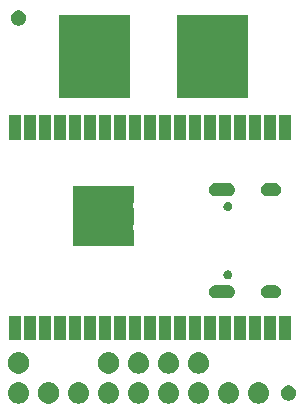
<source format=gbs>
G04 #@! TF.GenerationSoftware,KiCad,Pcbnew,5.0.2+dfsg1-1*
G04 #@! TF.CreationDate,2021-01-20T13:30:11+01:00*
G04 #@! TF.ProjectId,edgedriver,65646765-6472-4697-9665-722e6b696361,rev?*
G04 #@! TF.SameCoordinates,Original*
G04 #@! TF.FileFunction,Soldermask,Bot*
G04 #@! TF.FilePolarity,Negative*
%FSLAX46Y46*%
G04 Gerber Fmt 4.6, Leading zero omitted, Abs format (unit mm)*
G04 Created by KiCad (PCBNEW 5.0.2+dfsg1-1) date Wed Jan 20 13:30:11 2021*
%MOMM*%
%LPD*%
G01*
G04 APERTURE LIST*
%ADD10C,0.010000*%
%ADD11C,0.100000*%
G04 APERTURE END LIST*
D10*
G04 #@! TO.C,U1*
G36*
X-4925000Y15665000D02*
X-4925000Y14335000D01*
X-3595000Y14335000D01*
X-3595000Y15665000D01*
X-4925000Y15665000D01*
G37*
X-4925000Y15665000D02*
X-4925000Y14335000D01*
X-3595000Y14335000D01*
X-3595000Y15665000D01*
X-4925000Y15665000D01*
G36*
X-4925000Y17500000D02*
X-4925000Y16170000D01*
X-3595000Y16170000D01*
X-3595000Y17500000D01*
X-4925000Y17500000D01*
G37*
X-4925000Y17500000D02*
X-4925000Y16170000D01*
X-3595000Y16170000D01*
X-3595000Y17500000D01*
X-4925000Y17500000D01*
G36*
X-4925000Y13830000D02*
X-4925000Y12500000D01*
X-3595000Y12500000D01*
X-3595000Y13830000D01*
X-4925000Y13830000D01*
G37*
X-4925000Y13830000D02*
X-4925000Y12500000D01*
X-3595000Y12500000D01*
X-3595000Y13830000D01*
X-4925000Y13830000D01*
G36*
X-6760000Y13830000D02*
X-6760000Y12500000D01*
X-5430000Y12500000D01*
X-5430000Y13830000D01*
X-6760000Y13830000D01*
G37*
X-6760000Y13830000D02*
X-6760000Y12500000D01*
X-5430000Y12500000D01*
X-5430000Y13830000D01*
X-6760000Y13830000D01*
G36*
X-6760000Y15665000D02*
X-6760000Y14335000D01*
X-5430000Y14335000D01*
X-5430000Y15665000D01*
X-6760000Y15665000D01*
G37*
X-6760000Y15665000D02*
X-6760000Y14335000D01*
X-5430000Y14335000D01*
X-5430000Y15665000D01*
X-6760000Y15665000D01*
G36*
X-6760000Y17500000D02*
X-6760000Y16170000D01*
X-5430000Y16170000D01*
X-5430000Y17500000D01*
X-6760000Y17500000D01*
G37*
X-6760000Y17500000D02*
X-6760000Y16170000D01*
X-5430000Y16170000D01*
X-5430000Y17500000D01*
X-6760000Y17500000D01*
G36*
X-3090000Y17500000D02*
X-3090000Y16170000D01*
X-1760000Y16170000D01*
X-1760000Y17500000D01*
X-3090000Y17500000D01*
G37*
X-3090000Y17500000D02*
X-3090000Y16170000D01*
X-1760000Y16170000D01*
X-1760000Y17500000D01*
X-3090000Y17500000D01*
G36*
X-3090000Y15665000D02*
X-3090000Y14335000D01*
X-1760000Y14335000D01*
X-1760000Y15665000D01*
X-3090000Y15665000D01*
G37*
X-3090000Y15665000D02*
X-3090000Y14335000D01*
X-1760000Y14335000D01*
X-1760000Y15665000D01*
X-3090000Y15665000D01*
G36*
X-3090000Y13830000D02*
X-3090000Y12500000D01*
X-1760000Y12500000D01*
X-1760000Y13830000D01*
X-3090000Y13830000D01*
G37*
X-3090000Y13830000D02*
X-3090000Y12500000D01*
X-1760000Y12500000D01*
X-1760000Y13830000D01*
X-3090000Y13830000D01*
D11*
G36*
X9000442Y894482D02*
X9066627Y887963D01*
X9179853Y853616D01*
X9236467Y836443D01*
X9375087Y762348D01*
X9392991Y752778D01*
X9428729Y723448D01*
X9530186Y640186D01*
X9613448Y538729D01*
X9642778Y502991D01*
X9642779Y502989D01*
X9726443Y346467D01*
X9726443Y346466D01*
X9777963Y176627D01*
X9795359Y0D01*
X9777963Y-176627D01*
X9774028Y-189598D01*
X9726443Y-346467D01*
X9690156Y-414354D01*
X9642778Y-502991D01*
X9641221Y-504888D01*
X9530186Y-640186D01*
X9457480Y-699853D01*
X9392991Y-752778D01*
X9392989Y-752779D01*
X9236467Y-836443D01*
X9179853Y-853616D01*
X9066627Y-887963D01*
X9000442Y-894482D01*
X8934260Y-901000D01*
X8845740Y-901000D01*
X8779558Y-894482D01*
X8713373Y-887963D01*
X8600147Y-853616D01*
X8543533Y-836443D01*
X8387011Y-752779D01*
X8387009Y-752778D01*
X8322520Y-699853D01*
X8249814Y-640186D01*
X8138779Y-504888D01*
X8137222Y-502991D01*
X8089844Y-414354D01*
X8053557Y-346467D01*
X8005972Y-189598D01*
X8002037Y-176627D01*
X7984641Y0D01*
X8002037Y176627D01*
X8053557Y346466D01*
X8053557Y346467D01*
X8137221Y502989D01*
X8137222Y502991D01*
X8166552Y538729D01*
X8249814Y640186D01*
X8351271Y723448D01*
X8387009Y752778D01*
X8404913Y762348D01*
X8543533Y836443D01*
X8600147Y853616D01*
X8713373Y887963D01*
X8779558Y894482D01*
X8845740Y901000D01*
X8934260Y901000D01*
X9000442Y894482D01*
X9000442Y894482D01*
G37*
G36*
X-11319558Y894482D02*
X-11253373Y887963D01*
X-11140147Y853616D01*
X-11083533Y836443D01*
X-10944913Y762348D01*
X-10927009Y752778D01*
X-10891271Y723448D01*
X-10789814Y640186D01*
X-10706552Y538729D01*
X-10677222Y502991D01*
X-10677221Y502989D01*
X-10593557Y346467D01*
X-10593557Y346466D01*
X-10542037Y176627D01*
X-10524641Y0D01*
X-10542037Y-176627D01*
X-10545972Y-189598D01*
X-10593557Y-346467D01*
X-10629844Y-414354D01*
X-10677222Y-502991D01*
X-10678779Y-504888D01*
X-10789814Y-640186D01*
X-10862520Y-699853D01*
X-10927009Y-752778D01*
X-10927011Y-752779D01*
X-11083533Y-836443D01*
X-11140147Y-853616D01*
X-11253373Y-887963D01*
X-11319558Y-894482D01*
X-11385740Y-901000D01*
X-11474260Y-901000D01*
X-11540442Y-894482D01*
X-11606627Y-887963D01*
X-11719853Y-853616D01*
X-11776467Y-836443D01*
X-11932989Y-752779D01*
X-11932991Y-752778D01*
X-11997480Y-699853D01*
X-12070186Y-640186D01*
X-12181221Y-504888D01*
X-12182778Y-502991D01*
X-12230156Y-414354D01*
X-12266443Y-346467D01*
X-12314028Y-189598D01*
X-12317963Y-176627D01*
X-12335359Y0D01*
X-12317963Y176627D01*
X-12266443Y346466D01*
X-12266443Y346467D01*
X-12182779Y502989D01*
X-12182778Y502991D01*
X-12153448Y538729D01*
X-12070186Y640186D01*
X-11968729Y723448D01*
X-11932991Y752778D01*
X-11915087Y762348D01*
X-11776467Y836443D01*
X-11719853Y853616D01*
X-11606627Y887963D01*
X-11540442Y894482D01*
X-11474260Y901000D01*
X-11385740Y901000D01*
X-11319558Y894482D01*
X-11319558Y894482D01*
G37*
G36*
X-8627188Y866376D02*
X-8463216Y798456D01*
X-8315646Y699853D01*
X-8190147Y574354D01*
X-8091544Y426784D01*
X-8023624Y262812D01*
X-7989000Y88741D01*
X-7989000Y-88741D01*
X-8023624Y-262812D01*
X-8091544Y-426784D01*
X-8190147Y-574354D01*
X-8315646Y-699853D01*
X-8463216Y-798456D01*
X-8627188Y-866376D01*
X-8801259Y-901000D01*
X-8978741Y-901000D01*
X-9152812Y-866376D01*
X-9316784Y-798456D01*
X-9464354Y-699853D01*
X-9589853Y-574354D01*
X-9688456Y-426784D01*
X-9756376Y-262812D01*
X-9791000Y-88741D01*
X-9791000Y88741D01*
X-9756376Y262812D01*
X-9688456Y426784D01*
X-9589853Y574354D01*
X-9464354Y699853D01*
X-9316784Y798456D01*
X-9152812Y866376D01*
X-8978741Y901000D01*
X-8801259Y901000D01*
X-8627188Y866376D01*
X-8627188Y866376D01*
G37*
G36*
X-6239558Y894482D02*
X-6173373Y887963D01*
X-6060147Y853616D01*
X-6003533Y836443D01*
X-5864913Y762348D01*
X-5847009Y752778D01*
X-5811271Y723448D01*
X-5709814Y640186D01*
X-5626552Y538729D01*
X-5597222Y502991D01*
X-5597221Y502989D01*
X-5513557Y346467D01*
X-5513557Y346466D01*
X-5462037Y176627D01*
X-5444641Y0D01*
X-5462037Y-176627D01*
X-5465972Y-189598D01*
X-5513557Y-346467D01*
X-5549844Y-414354D01*
X-5597222Y-502991D01*
X-5598779Y-504888D01*
X-5709814Y-640186D01*
X-5782520Y-699853D01*
X-5847009Y-752778D01*
X-5847011Y-752779D01*
X-6003533Y-836443D01*
X-6060147Y-853616D01*
X-6173373Y-887963D01*
X-6239558Y-894482D01*
X-6305740Y-901000D01*
X-6394260Y-901000D01*
X-6460442Y-894482D01*
X-6526627Y-887963D01*
X-6639853Y-853616D01*
X-6696467Y-836443D01*
X-6852989Y-752779D01*
X-6852991Y-752778D01*
X-6917480Y-699853D01*
X-6990186Y-640186D01*
X-7101221Y-504888D01*
X-7102778Y-502991D01*
X-7150156Y-414354D01*
X-7186443Y-346467D01*
X-7234028Y-189598D01*
X-7237963Y-176627D01*
X-7255359Y0D01*
X-7237963Y176627D01*
X-7186443Y346466D01*
X-7186443Y346467D01*
X-7102779Y502989D01*
X-7102778Y502991D01*
X-7073448Y538729D01*
X-6990186Y640186D01*
X-6888729Y723448D01*
X-6852991Y752778D01*
X-6835087Y762348D01*
X-6696467Y836443D01*
X-6639853Y853616D01*
X-6526627Y887963D01*
X-6460442Y894482D01*
X-6394260Y901000D01*
X-6305740Y901000D01*
X-6239558Y894482D01*
X-6239558Y894482D01*
G37*
G36*
X-3699558Y894482D02*
X-3633373Y887963D01*
X-3520147Y853616D01*
X-3463533Y836443D01*
X-3324913Y762348D01*
X-3307009Y752778D01*
X-3271271Y723448D01*
X-3169814Y640186D01*
X-3086552Y538729D01*
X-3057222Y502991D01*
X-3057221Y502989D01*
X-2973557Y346467D01*
X-2973557Y346466D01*
X-2922037Y176627D01*
X-2904641Y0D01*
X-2922037Y-176627D01*
X-2925972Y-189598D01*
X-2973557Y-346467D01*
X-3009844Y-414354D01*
X-3057222Y-502991D01*
X-3058779Y-504888D01*
X-3169814Y-640186D01*
X-3242520Y-699853D01*
X-3307009Y-752778D01*
X-3307011Y-752779D01*
X-3463533Y-836443D01*
X-3520147Y-853616D01*
X-3633373Y-887963D01*
X-3699558Y-894482D01*
X-3765740Y-901000D01*
X-3854260Y-901000D01*
X-3920442Y-894482D01*
X-3986627Y-887963D01*
X-4099853Y-853616D01*
X-4156467Y-836443D01*
X-4312989Y-752779D01*
X-4312991Y-752778D01*
X-4377480Y-699853D01*
X-4450186Y-640186D01*
X-4561221Y-504888D01*
X-4562778Y-502991D01*
X-4610156Y-414354D01*
X-4646443Y-346467D01*
X-4694028Y-189598D01*
X-4697963Y-176627D01*
X-4715359Y0D01*
X-4697963Y176627D01*
X-4646443Y346466D01*
X-4646443Y346467D01*
X-4562779Y502989D01*
X-4562778Y502991D01*
X-4533448Y538729D01*
X-4450186Y640186D01*
X-4348729Y723448D01*
X-4312991Y752778D01*
X-4295087Y762348D01*
X-4156467Y836443D01*
X-4099853Y853616D01*
X-3986627Y887963D01*
X-3920442Y894482D01*
X-3854260Y901000D01*
X-3765740Y901000D01*
X-3699558Y894482D01*
X-3699558Y894482D01*
G37*
G36*
X-1159558Y894482D02*
X-1093373Y887963D01*
X-980147Y853616D01*
X-923533Y836443D01*
X-784913Y762348D01*
X-767009Y752778D01*
X-731271Y723448D01*
X-629814Y640186D01*
X-546552Y538729D01*
X-517222Y502991D01*
X-517221Y502989D01*
X-433557Y346467D01*
X-433557Y346466D01*
X-382037Y176627D01*
X-364641Y0D01*
X-382037Y-176627D01*
X-385972Y-189598D01*
X-433557Y-346467D01*
X-469844Y-414354D01*
X-517222Y-502991D01*
X-518779Y-504888D01*
X-629814Y-640186D01*
X-702520Y-699853D01*
X-767009Y-752778D01*
X-767011Y-752779D01*
X-923533Y-836443D01*
X-980147Y-853616D01*
X-1093373Y-887963D01*
X-1159558Y-894482D01*
X-1225740Y-901000D01*
X-1314260Y-901000D01*
X-1380442Y-894482D01*
X-1446627Y-887963D01*
X-1559853Y-853616D01*
X-1616467Y-836443D01*
X-1772989Y-752779D01*
X-1772991Y-752778D01*
X-1837480Y-699853D01*
X-1910186Y-640186D01*
X-2021221Y-504888D01*
X-2022778Y-502991D01*
X-2070156Y-414354D01*
X-2106443Y-346467D01*
X-2154028Y-189598D01*
X-2157963Y-176627D01*
X-2175359Y0D01*
X-2157963Y176627D01*
X-2106443Y346466D01*
X-2106443Y346467D01*
X-2022779Y502989D01*
X-2022778Y502991D01*
X-1993448Y538729D01*
X-1910186Y640186D01*
X-1808729Y723448D01*
X-1772991Y752778D01*
X-1755087Y762348D01*
X-1616467Y836443D01*
X-1559853Y853616D01*
X-1446627Y887963D01*
X-1380442Y894482D01*
X-1314260Y901000D01*
X-1225740Y901000D01*
X-1159558Y894482D01*
X-1159558Y894482D01*
G37*
G36*
X1380442Y894482D02*
X1446627Y887963D01*
X1559853Y853616D01*
X1616467Y836443D01*
X1755087Y762348D01*
X1772991Y752778D01*
X1808729Y723448D01*
X1910186Y640186D01*
X1993448Y538729D01*
X2022778Y502991D01*
X2022779Y502989D01*
X2106443Y346467D01*
X2106443Y346466D01*
X2157963Y176627D01*
X2175359Y0D01*
X2157963Y-176627D01*
X2154028Y-189598D01*
X2106443Y-346467D01*
X2070156Y-414354D01*
X2022778Y-502991D01*
X2021221Y-504888D01*
X1910186Y-640186D01*
X1837480Y-699853D01*
X1772991Y-752778D01*
X1772989Y-752779D01*
X1616467Y-836443D01*
X1559853Y-853616D01*
X1446627Y-887963D01*
X1380442Y-894482D01*
X1314260Y-901000D01*
X1225740Y-901000D01*
X1159558Y-894482D01*
X1093373Y-887963D01*
X980147Y-853616D01*
X923533Y-836443D01*
X767011Y-752779D01*
X767009Y-752778D01*
X702520Y-699853D01*
X629814Y-640186D01*
X518779Y-504888D01*
X517222Y-502991D01*
X469844Y-414354D01*
X433557Y-346467D01*
X385972Y-189598D01*
X382037Y-176627D01*
X364641Y0D01*
X382037Y176627D01*
X433557Y346466D01*
X433557Y346467D01*
X517221Y502989D01*
X517222Y502991D01*
X546552Y538729D01*
X629814Y640186D01*
X731271Y723448D01*
X767009Y752778D01*
X784913Y762348D01*
X923533Y836443D01*
X980147Y853616D01*
X1093373Y887963D01*
X1159558Y894482D01*
X1225740Y901000D01*
X1314260Y901000D01*
X1380442Y894482D01*
X1380442Y894482D01*
G37*
G36*
X3920442Y894482D02*
X3986627Y887963D01*
X4099853Y853616D01*
X4156467Y836443D01*
X4295087Y762348D01*
X4312991Y752778D01*
X4348729Y723448D01*
X4450186Y640186D01*
X4533448Y538729D01*
X4562778Y502991D01*
X4562779Y502989D01*
X4646443Y346467D01*
X4646443Y346466D01*
X4697963Y176627D01*
X4715359Y0D01*
X4697963Y-176627D01*
X4694028Y-189598D01*
X4646443Y-346467D01*
X4610156Y-414354D01*
X4562778Y-502991D01*
X4561221Y-504888D01*
X4450186Y-640186D01*
X4377480Y-699853D01*
X4312991Y-752778D01*
X4312989Y-752779D01*
X4156467Y-836443D01*
X4099853Y-853616D01*
X3986627Y-887963D01*
X3920442Y-894482D01*
X3854260Y-901000D01*
X3765740Y-901000D01*
X3699558Y-894482D01*
X3633373Y-887963D01*
X3520147Y-853616D01*
X3463533Y-836443D01*
X3307011Y-752779D01*
X3307009Y-752778D01*
X3242520Y-699853D01*
X3169814Y-640186D01*
X3058779Y-504888D01*
X3057222Y-502991D01*
X3009844Y-414354D01*
X2973557Y-346467D01*
X2925972Y-189598D01*
X2922037Y-176627D01*
X2904641Y0D01*
X2922037Y176627D01*
X2973557Y346466D01*
X2973557Y346467D01*
X3057221Y502989D01*
X3057222Y502991D01*
X3086552Y538729D01*
X3169814Y640186D01*
X3271271Y723448D01*
X3307009Y752778D01*
X3324913Y762348D01*
X3463533Y836443D01*
X3520147Y853616D01*
X3633373Y887963D01*
X3699558Y894482D01*
X3765740Y901000D01*
X3854260Y901000D01*
X3920442Y894482D01*
X3920442Y894482D01*
G37*
G36*
X6460442Y894482D02*
X6526627Y887963D01*
X6639853Y853616D01*
X6696467Y836443D01*
X6835087Y762348D01*
X6852991Y752778D01*
X6888729Y723448D01*
X6990186Y640186D01*
X7073448Y538729D01*
X7102778Y502991D01*
X7102779Y502989D01*
X7186443Y346467D01*
X7186443Y346466D01*
X7237963Y176627D01*
X7255359Y0D01*
X7237963Y-176627D01*
X7234028Y-189598D01*
X7186443Y-346467D01*
X7150156Y-414354D01*
X7102778Y-502991D01*
X7101221Y-504888D01*
X6990186Y-640186D01*
X6917480Y-699853D01*
X6852991Y-752778D01*
X6852989Y-752779D01*
X6696467Y-836443D01*
X6639853Y-853616D01*
X6526627Y-887963D01*
X6460442Y-894482D01*
X6394260Y-901000D01*
X6305740Y-901000D01*
X6239558Y-894482D01*
X6173373Y-887963D01*
X6060147Y-853616D01*
X6003533Y-836443D01*
X5847011Y-752779D01*
X5847009Y-752778D01*
X5782520Y-699853D01*
X5709814Y-640186D01*
X5598779Y-504888D01*
X5597222Y-502991D01*
X5549844Y-414354D01*
X5513557Y-346467D01*
X5465972Y-189598D01*
X5462037Y-176627D01*
X5444641Y0D01*
X5462037Y176627D01*
X5513557Y346466D01*
X5513557Y346467D01*
X5597221Y502989D01*
X5597222Y502991D01*
X5626552Y538729D01*
X5709814Y640186D01*
X5811271Y723448D01*
X5847009Y752778D01*
X5864913Y762348D01*
X6003533Y836443D01*
X6060147Y853616D01*
X6173373Y887963D01*
X6239558Y894482D01*
X6305740Y901000D01*
X6394260Y901000D01*
X6460442Y894482D01*
X6460442Y894482D01*
G37*
G36*
X11577738Y633347D02*
X11619598Y625021D01*
X11654245Y610670D01*
X11737890Y576023D01*
X11844354Y504886D01*
X11934886Y414354D01*
X12006023Y307890D01*
X12055021Y189597D01*
X12080000Y64021D01*
X12080000Y-64021D01*
X12055021Y-189597D01*
X12006023Y-307890D01*
X11934886Y-414354D01*
X11844354Y-504886D01*
X11737890Y-576023D01*
X11654245Y-610670D01*
X11619598Y-625021D01*
X11577738Y-633347D01*
X11494021Y-650000D01*
X11365979Y-650000D01*
X11282262Y-633347D01*
X11240402Y-625021D01*
X11205755Y-610670D01*
X11122110Y-576023D01*
X11015646Y-504886D01*
X10925114Y-414354D01*
X10853977Y-307890D01*
X10804979Y-189597D01*
X10780000Y-64021D01*
X10780000Y64021D01*
X10804979Y189597D01*
X10853977Y307890D01*
X10925114Y414354D01*
X11015646Y504886D01*
X11122110Y576023D01*
X11205755Y610670D01*
X11240402Y625021D01*
X11282262Y633347D01*
X11365979Y650000D01*
X11494021Y650000D01*
X11577738Y633347D01*
X11577738Y633347D01*
G37*
G36*
X-3547188Y3406376D02*
X-3383216Y3338456D01*
X-3235646Y3239853D01*
X-3110147Y3114354D01*
X-3011544Y2966784D01*
X-2943624Y2802812D01*
X-2909000Y2628741D01*
X-2909000Y2451259D01*
X-2943624Y2277188D01*
X-3011544Y2113216D01*
X-3110147Y1965646D01*
X-3235646Y1840147D01*
X-3383216Y1741544D01*
X-3547188Y1673624D01*
X-3721259Y1639000D01*
X-3898741Y1639000D01*
X-4072812Y1673624D01*
X-4236784Y1741544D01*
X-4384354Y1840147D01*
X-4509853Y1965646D01*
X-4608456Y2113216D01*
X-4676376Y2277188D01*
X-4711000Y2451259D01*
X-4711000Y2628741D01*
X-4676376Y2802812D01*
X-4608456Y2966784D01*
X-4509853Y3114354D01*
X-4384354Y3239853D01*
X-4236784Y3338456D01*
X-4072812Y3406376D01*
X-3898741Y3441000D01*
X-3721259Y3441000D01*
X-3547188Y3406376D01*
X-3547188Y3406376D01*
G37*
G36*
X3920443Y3434481D02*
X3986627Y3427963D01*
X4099853Y3393616D01*
X4156467Y3376443D01*
X4295087Y3302348D01*
X4312991Y3292778D01*
X4348729Y3263448D01*
X4450186Y3180186D01*
X4533448Y3078729D01*
X4562778Y3042991D01*
X4562779Y3042989D01*
X4646443Y2886467D01*
X4646443Y2886466D01*
X4697963Y2716627D01*
X4715359Y2540000D01*
X4697963Y2363373D01*
X4671819Y2277188D01*
X4646443Y2193533D01*
X4603513Y2113218D01*
X4562778Y2037009D01*
X4533448Y2001271D01*
X4450186Y1899814D01*
X4377480Y1840147D01*
X4312991Y1787222D01*
X4312989Y1787221D01*
X4156467Y1703557D01*
X4099853Y1686384D01*
X3986627Y1652037D01*
X3920443Y1645519D01*
X3854260Y1639000D01*
X3765740Y1639000D01*
X3699557Y1645519D01*
X3633373Y1652037D01*
X3520147Y1686384D01*
X3463533Y1703557D01*
X3307011Y1787221D01*
X3307009Y1787222D01*
X3242520Y1840147D01*
X3169814Y1899814D01*
X3086552Y2001271D01*
X3057222Y2037009D01*
X3016487Y2113218D01*
X2973557Y2193533D01*
X2948181Y2277188D01*
X2922037Y2363373D01*
X2904641Y2540000D01*
X2922037Y2716627D01*
X2973557Y2886466D01*
X2973557Y2886467D01*
X3057221Y3042989D01*
X3057222Y3042991D01*
X3086552Y3078729D01*
X3169814Y3180186D01*
X3271271Y3263448D01*
X3307009Y3292778D01*
X3324913Y3302348D01*
X3463533Y3376443D01*
X3520147Y3393616D01*
X3633373Y3427963D01*
X3699557Y3434481D01*
X3765740Y3441000D01*
X3854260Y3441000D01*
X3920443Y3434481D01*
X3920443Y3434481D01*
G37*
G36*
X1380443Y3434481D02*
X1446627Y3427963D01*
X1559853Y3393616D01*
X1616467Y3376443D01*
X1755087Y3302348D01*
X1772991Y3292778D01*
X1808729Y3263448D01*
X1910186Y3180186D01*
X1993448Y3078729D01*
X2022778Y3042991D01*
X2022779Y3042989D01*
X2106443Y2886467D01*
X2106443Y2886466D01*
X2157963Y2716627D01*
X2175359Y2540000D01*
X2157963Y2363373D01*
X2131819Y2277188D01*
X2106443Y2193533D01*
X2063513Y2113218D01*
X2022778Y2037009D01*
X1993448Y2001271D01*
X1910186Y1899814D01*
X1837480Y1840147D01*
X1772991Y1787222D01*
X1772989Y1787221D01*
X1616467Y1703557D01*
X1559853Y1686384D01*
X1446627Y1652037D01*
X1380443Y1645519D01*
X1314260Y1639000D01*
X1225740Y1639000D01*
X1159557Y1645519D01*
X1093373Y1652037D01*
X980147Y1686384D01*
X923533Y1703557D01*
X767011Y1787221D01*
X767009Y1787222D01*
X702520Y1840147D01*
X629814Y1899814D01*
X546552Y2001271D01*
X517222Y2037009D01*
X476487Y2113218D01*
X433557Y2193533D01*
X408181Y2277188D01*
X382037Y2363373D01*
X364641Y2540000D01*
X382037Y2716627D01*
X433557Y2886466D01*
X433557Y2886467D01*
X517221Y3042989D01*
X517222Y3042991D01*
X546552Y3078729D01*
X629814Y3180186D01*
X731271Y3263448D01*
X767009Y3292778D01*
X784913Y3302348D01*
X923533Y3376443D01*
X980147Y3393616D01*
X1093373Y3427963D01*
X1159557Y3434481D01*
X1225740Y3441000D01*
X1314260Y3441000D01*
X1380443Y3434481D01*
X1380443Y3434481D01*
G37*
G36*
X-11167188Y3406376D02*
X-11003216Y3338456D01*
X-10855646Y3239853D01*
X-10730147Y3114354D01*
X-10631544Y2966784D01*
X-10563624Y2802812D01*
X-10529000Y2628741D01*
X-10529000Y2451259D01*
X-10563624Y2277188D01*
X-10631544Y2113216D01*
X-10730147Y1965646D01*
X-10855646Y1840147D01*
X-11003216Y1741544D01*
X-11167188Y1673624D01*
X-11341259Y1639000D01*
X-11518741Y1639000D01*
X-11692812Y1673624D01*
X-11856784Y1741544D01*
X-12004354Y1840147D01*
X-12129853Y1965646D01*
X-12228456Y2113216D01*
X-12296376Y2277188D01*
X-12331000Y2451259D01*
X-12331000Y2628741D01*
X-12296376Y2802812D01*
X-12228456Y2966784D01*
X-12129853Y3114354D01*
X-12004354Y3239853D01*
X-11856784Y3338456D01*
X-11692812Y3406376D01*
X-11518741Y3441000D01*
X-11341259Y3441000D01*
X-11167188Y3406376D01*
X-11167188Y3406376D01*
G37*
G36*
X-1159557Y3434481D02*
X-1093373Y3427963D01*
X-980147Y3393616D01*
X-923533Y3376443D01*
X-784913Y3302348D01*
X-767009Y3292778D01*
X-731271Y3263448D01*
X-629814Y3180186D01*
X-546552Y3078729D01*
X-517222Y3042991D01*
X-517221Y3042989D01*
X-433557Y2886467D01*
X-433557Y2886466D01*
X-382037Y2716627D01*
X-364641Y2540000D01*
X-382037Y2363373D01*
X-408181Y2277188D01*
X-433557Y2193533D01*
X-476487Y2113218D01*
X-517222Y2037009D01*
X-546552Y2001271D01*
X-629814Y1899814D01*
X-702520Y1840147D01*
X-767009Y1787222D01*
X-767011Y1787221D01*
X-923533Y1703557D01*
X-980147Y1686384D01*
X-1093373Y1652037D01*
X-1159557Y1645519D01*
X-1225740Y1639000D01*
X-1314260Y1639000D01*
X-1380443Y1645519D01*
X-1446627Y1652037D01*
X-1559853Y1686384D01*
X-1616467Y1703557D01*
X-1772989Y1787221D01*
X-1772991Y1787222D01*
X-1837480Y1840147D01*
X-1910186Y1899814D01*
X-1993448Y2001271D01*
X-2022778Y2037009D01*
X-2063513Y2113218D01*
X-2106443Y2193533D01*
X-2131819Y2277188D01*
X-2157963Y2363373D01*
X-2175359Y2540000D01*
X-2157963Y2716627D01*
X-2106443Y2886466D01*
X-2106443Y2886467D01*
X-2022779Y3042989D01*
X-2022778Y3042991D01*
X-1993448Y3078729D01*
X-1910186Y3180186D01*
X-1808729Y3263448D01*
X-1772991Y3292778D01*
X-1755087Y3302348D01*
X-1616467Y3376443D01*
X-1559853Y3393616D01*
X-1446627Y3427963D01*
X-1380443Y3434481D01*
X-1314260Y3441000D01*
X-1225740Y3441000D01*
X-1159557Y3434481D01*
X-1159557Y3434481D01*
G37*
G36*
X7791000Y4449000D02*
X6789000Y4449000D01*
X6789000Y6551000D01*
X7791000Y6551000D01*
X7791000Y4449000D01*
X7791000Y4449000D01*
G37*
G36*
X10331000Y4449000D02*
X9329000Y4449000D01*
X9329000Y6551000D01*
X10331000Y6551000D01*
X10331000Y4449000D01*
X10331000Y4449000D01*
G37*
G36*
X9061000Y4449000D02*
X8059000Y4449000D01*
X8059000Y6551000D01*
X9061000Y6551000D01*
X9061000Y4449000D01*
X9061000Y4449000D01*
G37*
G36*
X6521000Y4449000D02*
X5519000Y4449000D01*
X5519000Y6551000D01*
X6521000Y6551000D01*
X6521000Y4449000D01*
X6521000Y4449000D01*
G37*
G36*
X5251000Y4449000D02*
X4249000Y4449000D01*
X4249000Y6551000D01*
X5251000Y6551000D01*
X5251000Y4449000D01*
X5251000Y4449000D01*
G37*
G36*
X3981000Y4449000D02*
X2979000Y4449000D01*
X2979000Y6551000D01*
X3981000Y6551000D01*
X3981000Y4449000D01*
X3981000Y4449000D01*
G37*
G36*
X2711000Y4449000D02*
X1709000Y4449000D01*
X1709000Y6551000D01*
X2711000Y6551000D01*
X2711000Y4449000D01*
X2711000Y4449000D01*
G37*
G36*
X1441000Y4449000D02*
X439000Y4449000D01*
X439000Y6551000D01*
X1441000Y6551000D01*
X1441000Y4449000D01*
X1441000Y4449000D01*
G37*
G36*
X171000Y4449000D02*
X-831000Y4449000D01*
X-831000Y6551000D01*
X171000Y6551000D01*
X171000Y4449000D01*
X171000Y4449000D01*
G37*
G36*
X-3639000Y4449000D02*
X-4641000Y4449000D01*
X-4641000Y6551000D01*
X-3639000Y6551000D01*
X-3639000Y4449000D01*
X-3639000Y4449000D01*
G37*
G36*
X-4909000Y4449000D02*
X-5911000Y4449000D01*
X-5911000Y6551000D01*
X-4909000Y6551000D01*
X-4909000Y4449000D01*
X-4909000Y4449000D01*
G37*
G36*
X-6179000Y4449000D02*
X-7181000Y4449000D01*
X-7181000Y6551000D01*
X-6179000Y6551000D01*
X-6179000Y4449000D01*
X-6179000Y4449000D01*
G37*
G36*
X-7449000Y4449000D02*
X-8451000Y4449000D01*
X-8451000Y6551000D01*
X-7449000Y6551000D01*
X-7449000Y4449000D01*
X-7449000Y4449000D01*
G37*
G36*
X-8719000Y4449000D02*
X-9721000Y4449000D01*
X-9721000Y6551000D01*
X-8719000Y6551000D01*
X-8719000Y4449000D01*
X-8719000Y4449000D01*
G37*
G36*
X-9989000Y4449000D02*
X-10991000Y4449000D01*
X-10991000Y6551000D01*
X-9989000Y6551000D01*
X-9989000Y4449000D01*
X-9989000Y4449000D01*
G37*
G36*
X-11259000Y4449000D02*
X-12261000Y4449000D01*
X-12261000Y6551000D01*
X-11259000Y6551000D01*
X-11259000Y4449000D01*
X-11259000Y4449000D01*
G37*
G36*
X11601000Y4449000D02*
X10599000Y4449000D01*
X10599000Y6551000D01*
X11601000Y6551000D01*
X11601000Y4449000D01*
X11601000Y4449000D01*
G37*
G36*
X-2369000Y4449000D02*
X-3371000Y4449000D01*
X-3371000Y6551000D01*
X-2369000Y6551000D01*
X-2369000Y4449000D01*
X-2369000Y4449000D01*
G37*
G36*
X-1099000Y4449000D02*
X-2101000Y4449000D01*
X-2101000Y6551000D01*
X-1099000Y6551000D01*
X-1099000Y4449000D01*
X-1099000Y4449000D01*
G37*
G36*
X10358015Y9123027D02*
X10461879Y9091521D01*
X10557600Y9040356D01*
X10641501Y8971501D01*
X10710356Y8887600D01*
X10761521Y8791879D01*
X10793027Y8688015D01*
X10803666Y8580000D01*
X10793027Y8471985D01*
X10761521Y8368121D01*
X10710356Y8272400D01*
X10641501Y8188499D01*
X10557600Y8119644D01*
X10461879Y8068479D01*
X10358015Y8036973D01*
X10277067Y8029000D01*
X9622933Y8029000D01*
X9541985Y8036973D01*
X9438121Y8068479D01*
X9342400Y8119644D01*
X9258499Y8188499D01*
X9189644Y8272400D01*
X9138479Y8368121D01*
X9106973Y8471985D01*
X9096334Y8580000D01*
X9106973Y8688015D01*
X9138479Y8791879D01*
X9189644Y8887600D01*
X9258499Y8971501D01*
X9342400Y9040356D01*
X9438121Y9091521D01*
X9541985Y9123027D01*
X9622933Y9131000D01*
X10277067Y9131000D01*
X10358015Y9123027D01*
X10358015Y9123027D01*
G37*
G36*
X6428015Y9123027D02*
X6531879Y9091521D01*
X6627600Y9040356D01*
X6711501Y8971501D01*
X6780356Y8887600D01*
X6831521Y8791879D01*
X6863027Y8688015D01*
X6873666Y8580000D01*
X6863027Y8471985D01*
X6831521Y8368121D01*
X6780356Y8272400D01*
X6711501Y8188499D01*
X6627600Y8119644D01*
X6531879Y8068479D01*
X6428015Y8036973D01*
X6347067Y8029000D01*
X5192933Y8029000D01*
X5111985Y8036973D01*
X5008121Y8068479D01*
X4912400Y8119644D01*
X4828499Y8188499D01*
X4759644Y8272400D01*
X4708479Y8368121D01*
X4676973Y8471985D01*
X4666334Y8580000D01*
X4676973Y8688015D01*
X4708479Y8791879D01*
X4759644Y8887600D01*
X4828499Y8971501D01*
X4912400Y9040356D01*
X5008121Y9091521D01*
X5111985Y9123027D01*
X5192933Y9131000D01*
X6347067Y9131000D01*
X6428015Y9123027D01*
X6428015Y9123027D01*
G37*
G36*
X6409672Y10371551D02*
X6409674Y10371550D01*
X6409675Y10371550D01*
X6478103Y10343207D01*
X6539409Y10302243D01*
X6539689Y10302056D01*
X6592056Y10249689D01*
X6592058Y10249686D01*
X6633207Y10188103D01*
X6661550Y10119675D01*
X6676000Y10047033D01*
X6676000Y9972967D01*
X6661550Y9900325D01*
X6633207Y9831897D01*
X6592243Y9770591D01*
X6592056Y9770311D01*
X6539689Y9717944D01*
X6539686Y9717942D01*
X6478103Y9676793D01*
X6409675Y9648450D01*
X6409674Y9648450D01*
X6409672Y9648449D01*
X6337034Y9634000D01*
X6262966Y9634000D01*
X6190328Y9648449D01*
X6190326Y9648450D01*
X6190325Y9648450D01*
X6121897Y9676793D01*
X6060314Y9717942D01*
X6060311Y9717944D01*
X6007944Y9770311D01*
X6007757Y9770591D01*
X5966793Y9831897D01*
X5938450Y9900325D01*
X5924000Y9972967D01*
X5924000Y10047033D01*
X5938450Y10119675D01*
X5966793Y10188103D01*
X6007942Y10249686D01*
X6007944Y10249689D01*
X6060311Y10302056D01*
X6060591Y10302243D01*
X6121897Y10343207D01*
X6190325Y10371550D01*
X6190326Y10371550D01*
X6190328Y10371551D01*
X6262966Y10386000D01*
X6337034Y10386000D01*
X6409672Y10371551D01*
X6409672Y10371551D01*
G37*
G36*
X-1709000Y12449000D02*
X-6811000Y12449000D01*
X-6811000Y17551000D01*
X-1709000Y17551000D01*
X-1709000Y12449000D01*
X-1709000Y12449000D01*
G37*
G36*
X6409672Y16151551D02*
X6409674Y16151550D01*
X6409675Y16151550D01*
X6478103Y16123207D01*
X6539409Y16082243D01*
X6539689Y16082056D01*
X6592056Y16029689D01*
X6592058Y16029686D01*
X6633207Y15968103D01*
X6661550Y15899675D01*
X6676000Y15827033D01*
X6676000Y15752967D01*
X6661550Y15680325D01*
X6633207Y15611897D01*
X6592243Y15550591D01*
X6592056Y15550311D01*
X6539689Y15497944D01*
X6539686Y15497942D01*
X6478103Y15456793D01*
X6409675Y15428450D01*
X6409674Y15428450D01*
X6409672Y15428449D01*
X6337034Y15414000D01*
X6262966Y15414000D01*
X6190328Y15428449D01*
X6190326Y15428450D01*
X6190325Y15428450D01*
X6121897Y15456793D01*
X6060314Y15497942D01*
X6060311Y15497944D01*
X6007944Y15550311D01*
X6007757Y15550591D01*
X5966793Y15611897D01*
X5938450Y15680325D01*
X5924000Y15752967D01*
X5924000Y15827033D01*
X5938450Y15899675D01*
X5966793Y15968103D01*
X6007942Y16029686D01*
X6007944Y16029689D01*
X6060311Y16082056D01*
X6060591Y16082243D01*
X6121897Y16123207D01*
X6190325Y16151550D01*
X6190326Y16151550D01*
X6190328Y16151551D01*
X6262966Y16166000D01*
X6337034Y16166000D01*
X6409672Y16151551D01*
X6409672Y16151551D01*
G37*
G36*
X10358015Y17763027D02*
X10461879Y17731521D01*
X10557600Y17680356D01*
X10641501Y17611501D01*
X10710356Y17527600D01*
X10761521Y17431879D01*
X10793027Y17328015D01*
X10803666Y17220000D01*
X10793027Y17111985D01*
X10761521Y17008121D01*
X10710356Y16912400D01*
X10641501Y16828499D01*
X10557600Y16759644D01*
X10461879Y16708479D01*
X10358015Y16676973D01*
X10277067Y16669000D01*
X9622933Y16669000D01*
X9541985Y16676973D01*
X9438121Y16708479D01*
X9342400Y16759644D01*
X9258499Y16828499D01*
X9189644Y16912400D01*
X9138479Y17008121D01*
X9106973Y17111985D01*
X9096334Y17220000D01*
X9106973Y17328015D01*
X9138479Y17431879D01*
X9189644Y17527600D01*
X9258499Y17611501D01*
X9342400Y17680356D01*
X9438121Y17731521D01*
X9541985Y17763027D01*
X9622933Y17771000D01*
X10277067Y17771000D01*
X10358015Y17763027D01*
X10358015Y17763027D01*
G37*
G36*
X6428015Y17763027D02*
X6531879Y17731521D01*
X6627600Y17680356D01*
X6711501Y17611501D01*
X6780356Y17527600D01*
X6831521Y17431879D01*
X6863027Y17328015D01*
X6873666Y17220000D01*
X6863027Y17111985D01*
X6831521Y17008121D01*
X6780356Y16912400D01*
X6711501Y16828499D01*
X6627600Y16759644D01*
X6531879Y16708479D01*
X6428015Y16676973D01*
X6347067Y16669000D01*
X5192933Y16669000D01*
X5111985Y16676973D01*
X5008121Y16708479D01*
X4912400Y16759644D01*
X4828499Y16828499D01*
X4759644Y16912400D01*
X4708479Y17008121D01*
X4676973Y17111985D01*
X4666334Y17220000D01*
X4676973Y17328015D01*
X4708479Y17431879D01*
X4759644Y17527600D01*
X4828499Y17611501D01*
X4912400Y17680356D01*
X5008121Y17731521D01*
X5111985Y17763027D01*
X5192933Y17771000D01*
X6347067Y17771000D01*
X6428015Y17763027D01*
X6428015Y17763027D01*
G37*
G36*
X11601000Y21449000D02*
X10599000Y21449000D01*
X10599000Y23551000D01*
X11601000Y23551000D01*
X11601000Y21449000D01*
X11601000Y21449000D01*
G37*
G36*
X9061000Y21449000D02*
X8059000Y21449000D01*
X8059000Y23551000D01*
X9061000Y23551000D01*
X9061000Y21449000D01*
X9061000Y21449000D01*
G37*
G36*
X-9989000Y21449000D02*
X-10991000Y21449000D01*
X-10991000Y23551000D01*
X-9989000Y23551000D01*
X-9989000Y21449000D01*
X-9989000Y21449000D01*
G37*
G36*
X7791000Y21449000D02*
X6789000Y21449000D01*
X6789000Y23551000D01*
X7791000Y23551000D01*
X7791000Y21449000D01*
X7791000Y21449000D01*
G37*
G36*
X6521000Y21449000D02*
X5519000Y21449000D01*
X5519000Y23551000D01*
X6521000Y23551000D01*
X6521000Y21449000D01*
X6521000Y21449000D01*
G37*
G36*
X5251000Y21449000D02*
X4249000Y21449000D01*
X4249000Y23551000D01*
X5251000Y23551000D01*
X5251000Y21449000D01*
X5251000Y21449000D01*
G37*
G36*
X3981000Y21449000D02*
X2979000Y21449000D01*
X2979000Y23551000D01*
X3981000Y23551000D01*
X3981000Y21449000D01*
X3981000Y21449000D01*
G37*
G36*
X2711000Y21449000D02*
X1709000Y21449000D01*
X1709000Y23551000D01*
X2711000Y23551000D01*
X2711000Y21449000D01*
X2711000Y21449000D01*
G37*
G36*
X1441000Y21449000D02*
X439000Y21449000D01*
X439000Y23551000D01*
X1441000Y23551000D01*
X1441000Y21449000D01*
X1441000Y21449000D01*
G37*
G36*
X10331000Y21449000D02*
X9329000Y21449000D01*
X9329000Y23551000D01*
X10331000Y23551000D01*
X10331000Y21449000D01*
X10331000Y21449000D01*
G37*
G36*
X-1099000Y21449000D02*
X-2101000Y21449000D01*
X-2101000Y23551000D01*
X-1099000Y23551000D01*
X-1099000Y21449000D01*
X-1099000Y21449000D01*
G37*
G36*
X-2369000Y21449000D02*
X-3371000Y21449000D01*
X-3371000Y23551000D01*
X-2369000Y23551000D01*
X-2369000Y21449000D01*
X-2369000Y21449000D01*
G37*
G36*
X-3639000Y21449000D02*
X-4641000Y21449000D01*
X-4641000Y23551000D01*
X-3639000Y23551000D01*
X-3639000Y21449000D01*
X-3639000Y21449000D01*
G37*
G36*
X-4909000Y21449000D02*
X-5911000Y21449000D01*
X-5911000Y23551000D01*
X-4909000Y23551000D01*
X-4909000Y21449000D01*
X-4909000Y21449000D01*
G37*
G36*
X-6179000Y21449000D02*
X-7181000Y21449000D01*
X-7181000Y23551000D01*
X-6179000Y23551000D01*
X-6179000Y21449000D01*
X-6179000Y21449000D01*
G37*
G36*
X-7449000Y21449000D02*
X-8451000Y21449000D01*
X-8451000Y23551000D01*
X-7449000Y23551000D01*
X-7449000Y21449000D01*
X-7449000Y21449000D01*
G37*
G36*
X-8719000Y21449000D02*
X-9721000Y21449000D01*
X-9721000Y23551000D01*
X-8719000Y23551000D01*
X-8719000Y21449000D01*
X-8719000Y21449000D01*
G37*
G36*
X171000Y21449000D02*
X-831000Y21449000D01*
X-831000Y23551000D01*
X171000Y23551000D01*
X171000Y21449000D01*
X171000Y21449000D01*
G37*
G36*
X-11259000Y21449000D02*
X-12261000Y21449000D01*
X-12261000Y23551000D01*
X-11259000Y23551000D01*
X-11259000Y21449000D01*
X-11259000Y21449000D01*
G37*
G36*
X8000000Y25000000D02*
X2000000Y25000000D01*
X2000000Y32000000D01*
X8000000Y32000000D01*
X8000000Y25000000D01*
X8000000Y25000000D01*
G37*
G36*
X-2000000Y25000000D02*
X-8000000Y25000000D01*
X-8000000Y32000000D01*
X-2000000Y32000000D01*
X-2000000Y25000000D01*
X-2000000Y25000000D01*
G37*
G36*
X-11282262Y32383347D02*
X-11240402Y32375021D01*
X-11205755Y32360670D01*
X-11122110Y32326023D01*
X-11015646Y32254886D01*
X-10925114Y32164354D01*
X-10853977Y32057890D01*
X-10804979Y31939597D01*
X-10780000Y31814021D01*
X-10780000Y31685979D01*
X-10804979Y31560403D01*
X-10853977Y31442110D01*
X-10925114Y31335646D01*
X-11015646Y31245114D01*
X-11122110Y31173977D01*
X-11205755Y31139330D01*
X-11240402Y31124979D01*
X-11282262Y31116653D01*
X-11365979Y31100000D01*
X-11494021Y31100000D01*
X-11577738Y31116653D01*
X-11619598Y31124979D01*
X-11654245Y31139330D01*
X-11737890Y31173977D01*
X-11844354Y31245114D01*
X-11934886Y31335646D01*
X-12006023Y31442110D01*
X-12055021Y31560403D01*
X-12080000Y31685979D01*
X-12080000Y31814021D01*
X-12055021Y31939597D01*
X-12006023Y32057890D01*
X-11934886Y32164354D01*
X-11844354Y32254886D01*
X-11737890Y32326023D01*
X-11654245Y32360670D01*
X-11619598Y32375021D01*
X-11577738Y32383347D01*
X-11494021Y32400000D01*
X-11365979Y32400000D01*
X-11282262Y32383347D01*
X-11282262Y32383347D01*
G37*
M02*

</source>
